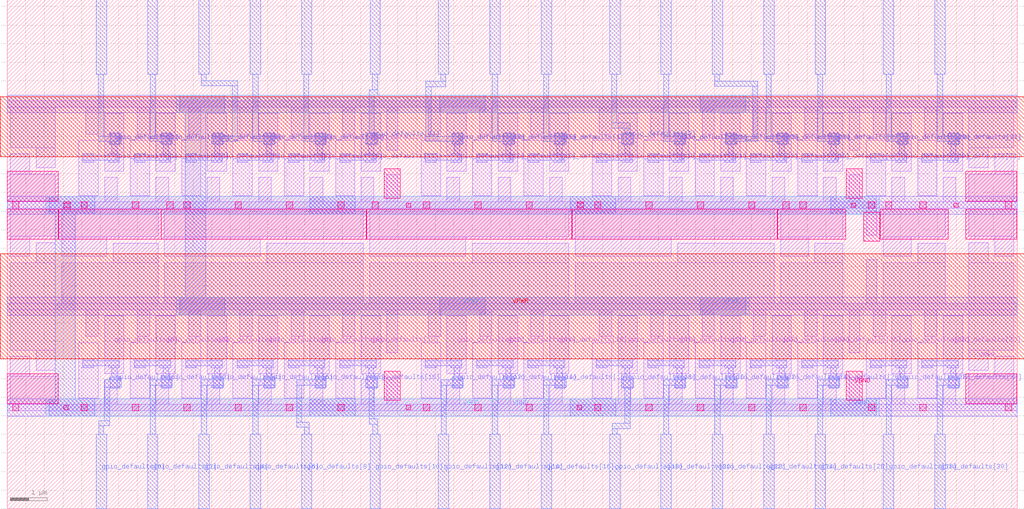
<source format=lef>
VERSION 5.7 ;
  NOWIREEXTENSIONATPIN ON ;
  DIVIDERCHAR "/" ;
  BUSBITCHARS "[]" ;
MACRO project_id_rom_32bit
  CLASS BLOCK ;
  FOREIGN project_id_rom_32bit ;
  ORIGIN 0.000 0.000 ;
  SIZE 27.140 BY 13.680 ;
  PIN VGND
    USE GROUND ;
    PORT
      LAYER pwell ;
        RECT 10.135 8.350 10.565 9.135 ;
        RECT 22.555 8.350 22.985 9.135 ;
        RECT 23.015 7.185 23.445 7.970 ;
        RECT 10.135 2.910 10.565 3.695 ;
        RECT 22.555 2.910 22.985 3.695 ;
      LAYER li1 ;
        RECT 0.085 8.995 0.605 9.535 ;
        RECT 26.535 8.995 27.055 9.535 ;
        RECT 0.085 8.245 1.295 8.995 ;
        RECT 2.615 8.245 2.955 8.905 ;
        RECT 3.995 8.245 4.335 8.905 ;
        RECT 5.375 8.245 5.715 8.905 ;
        RECT 6.755 8.245 7.095 8.905 ;
        RECT 8.135 8.245 8.475 8.905 ;
        RECT 9.515 8.245 9.855 8.905 ;
        RECT 10.205 8.245 10.495 8.970 ;
        RECT 11.815 8.245 12.155 8.905 ;
        RECT 13.195 8.245 13.535 8.905 ;
        RECT 14.575 8.245 14.915 8.905 ;
        RECT 16.415 8.245 16.755 8.905 ;
        RECT 17.795 8.245 18.135 8.905 ;
        RECT 19.175 8.245 19.515 8.905 ;
        RECT 20.555 8.245 20.895 8.905 ;
        RECT 21.935 8.245 22.275 8.905 ;
        RECT 22.625 8.245 22.915 8.970 ;
        RECT 23.775 8.245 24.115 8.905 ;
        RECT 25.155 8.245 25.495 8.905 ;
        RECT 25.845 8.245 27.055 8.995 ;
        RECT 0.000 8.075 27.140 8.245 ;
        RECT 0.085 7.325 1.295 8.075 ;
        RECT 0.085 6.785 0.605 7.325 ;
        RECT 1.465 7.305 4.055 8.075 ;
        RECT 4.225 7.305 9.570 8.075 ;
        RECT 9.745 7.305 15.090 8.075 ;
        RECT 15.265 7.305 20.610 8.075 ;
        RECT 20.785 7.305 22.455 8.075 ;
        RECT 23.085 7.350 23.375 8.075 ;
        RECT 23.545 7.305 25.215 8.075 ;
        RECT 25.845 7.325 27.055 8.075 ;
        RECT 1.465 6.785 2.675 7.305 ;
        RECT 4.225 6.785 6.805 7.305 ;
        RECT 9.745 6.785 12.325 7.305 ;
        RECT 15.265 6.785 17.845 7.305 ;
        RECT 20.785 6.785 21.535 7.305 ;
        RECT 23.545 6.785 24.295 7.305 ;
        RECT 26.535 6.785 27.055 7.325 ;
        RECT 0.085 3.555 0.605 4.095 ;
        RECT 26.535 3.555 27.055 4.095 ;
        RECT 0.085 2.805 1.295 3.555 ;
        RECT 2.615 2.805 2.955 3.465 ;
        RECT 3.995 2.805 4.335 3.465 ;
        RECT 5.375 2.805 5.715 3.465 ;
        RECT 6.755 2.805 7.095 3.465 ;
        RECT 8.135 2.805 8.475 3.465 ;
        RECT 9.515 2.805 9.855 3.465 ;
        RECT 10.205 2.805 10.495 3.530 ;
        RECT 11.815 2.805 12.155 3.465 ;
        RECT 13.195 2.805 13.535 3.465 ;
        RECT 14.575 2.805 14.915 3.465 ;
        RECT 16.415 2.805 16.755 3.465 ;
        RECT 17.795 2.805 18.135 3.465 ;
        RECT 19.175 2.805 19.515 3.465 ;
        RECT 20.555 2.805 20.895 3.465 ;
        RECT 21.935 2.805 22.275 3.465 ;
        RECT 22.625 2.805 22.915 3.530 ;
        RECT 23.775 2.805 24.115 3.465 ;
        RECT 25.155 2.805 25.495 3.465 ;
        RECT 25.845 2.805 27.055 3.555 ;
        RECT 0.000 2.635 27.140 2.805 ;
      LAYER met1 ;
        RECT 0.000 7.920 27.140 8.400 ;
        RECT 0.000 2.480 27.140 2.960 ;
      LAYER met2 ;
        RECT 1.130 7.920 2.350 8.400 ;
        RECT 8.130 7.920 9.350 8.400 ;
        RECT 15.130 7.920 16.350 8.400 ;
        RECT 22.130 7.920 23.350 8.400 ;
        RECT 1.290 2.960 1.830 7.920 ;
        RECT 1.130 2.480 2.350 2.960 ;
        RECT 8.130 2.480 9.350 2.960 ;
        RECT 15.130 2.480 16.350 2.960 ;
        RECT 22.130 2.480 23.350 2.960 ;
      LAYER met3 ;
        RECT 1.040 7.920 23.440 8.400 ;
        RECT 1.040 2.480 23.440 2.960 ;
    END
  END VGND
  PIN VPWR
    USE POWER ;
    PORT
      LAYER nwell ;
        RECT -0.190 9.465 27.330 11.070 ;
        RECT -0.190 4.025 27.330 6.855 ;
      LAYER li1 ;
        RECT 0.000 10.795 27.140 10.965 ;
        RECT 0.085 9.705 1.295 10.795 ;
        RECT 2.115 10.070 2.445 10.795 ;
        RECT 3.495 10.070 3.825 10.795 ;
        RECT 4.875 10.070 5.205 10.795 ;
        RECT 6.255 10.070 6.585 10.795 ;
        RECT 7.635 10.070 7.965 10.795 ;
        RECT 9.015 10.070 9.345 10.795 ;
        RECT 0.775 9.165 1.295 9.705 ;
        RECT 10.205 9.630 10.495 10.795 ;
        RECT 11.315 10.070 11.645 10.795 ;
        RECT 12.695 10.070 13.025 10.795 ;
        RECT 14.075 10.070 14.405 10.795 ;
        RECT 15.915 10.070 16.245 10.795 ;
        RECT 17.295 10.070 17.625 10.795 ;
        RECT 18.675 10.070 19.005 10.795 ;
        RECT 20.055 10.070 20.385 10.795 ;
        RECT 21.435 10.070 21.765 10.795 ;
        RECT 22.625 9.630 22.915 10.795 ;
        RECT 23.275 10.070 23.605 10.795 ;
        RECT 24.655 10.070 24.985 10.795 ;
        RECT 25.845 9.705 27.055 10.795 ;
        RECT 25.845 9.165 26.365 9.705 ;
        RECT 0.775 6.615 1.295 7.155 ;
        RECT 2.845 6.615 4.055 7.135 ;
        RECT 6.975 6.615 9.570 7.135 ;
        RECT 12.495 6.615 15.090 7.135 ;
        RECT 18.015 6.615 20.610 7.135 ;
        RECT 21.705 6.615 22.455 7.135 ;
        RECT 0.085 5.525 1.295 6.615 ;
        RECT 1.465 5.525 4.055 6.615 ;
        RECT 4.225 5.525 9.570 6.615 ;
        RECT 9.745 5.525 15.090 6.615 ;
        RECT 15.265 5.525 20.610 6.615 ;
        RECT 20.785 5.525 22.455 6.615 ;
        RECT 23.085 5.525 23.375 6.690 ;
        RECT 24.465 6.615 25.215 7.135 ;
        RECT 23.545 5.525 25.215 6.615 ;
        RECT 25.845 6.615 26.365 7.155 ;
        RECT 25.845 5.525 27.055 6.615 ;
        RECT 0.000 5.355 27.140 5.525 ;
        RECT 0.085 4.265 1.295 5.355 ;
        RECT 2.115 4.630 2.445 5.355 ;
        RECT 3.495 4.630 3.825 5.355 ;
        RECT 4.875 4.630 5.205 5.355 ;
        RECT 6.255 4.630 6.585 5.355 ;
        RECT 7.635 4.630 7.965 5.355 ;
        RECT 9.015 4.630 9.345 5.355 ;
        RECT 0.775 3.725 1.295 4.265 ;
        RECT 10.205 4.190 10.495 5.355 ;
        RECT 11.315 4.630 11.645 5.355 ;
        RECT 12.695 4.630 13.025 5.355 ;
        RECT 14.075 4.630 14.405 5.355 ;
        RECT 15.915 4.630 16.245 5.355 ;
        RECT 17.295 4.630 17.625 5.355 ;
        RECT 18.675 4.630 19.005 5.355 ;
        RECT 20.055 4.630 20.385 5.355 ;
        RECT 21.435 4.630 21.765 5.355 ;
        RECT 22.625 4.190 22.915 5.355 ;
        RECT 23.275 4.630 23.605 5.355 ;
        RECT 24.655 4.630 24.985 5.355 ;
        RECT 25.845 4.265 27.055 5.355 ;
        RECT 25.845 3.725 26.365 4.265 ;
      LAYER met1 ;
        RECT 0.000 10.640 27.140 11.120 ;
        RECT 0.000 5.200 27.140 5.680 ;
      LAYER met2 ;
        RECT 4.630 10.640 5.850 11.120 ;
        RECT 11.630 10.640 12.850 11.120 ;
        RECT 18.630 10.640 19.850 11.120 ;
        RECT 4.790 5.680 5.330 10.640 ;
        RECT 4.630 5.200 5.850 5.680 ;
        RECT 11.630 5.200 12.850 5.680 ;
        RECT 18.630 5.200 19.850 5.680 ;
      LAYER met3 ;
        RECT 4.540 10.640 19.940 11.120 ;
        RECT 4.540 5.200 19.940 5.680 ;
    END
  END VPWR
  PIN gpio_defaults[0]
    PORT
      LAYER li1 ;
        RECT 2.615 3.635 3.135 5.185 ;
      LAYER met1 ;
        RECT 2.035 3.980 2.325 4.025 ;
        RECT 2.725 3.980 3.015 4.025 ;
        RECT 2.035 3.840 3.015 3.980 ;
        RECT 2.035 3.795 2.325 3.840 ;
        RECT 2.725 3.795 3.015 3.840 ;
        RECT 2.815 3.555 2.955 3.795 ;
        RECT 2.770 3.235 3.030 3.555 ;
      LAYER met2 ;
        RECT 2.740 3.465 3.060 3.525 ;
        RECT 2.610 3.265 3.060 3.465 ;
        RECT 2.610 2.370 2.750 3.265 ;
        RECT 2.455 2.225 2.750 2.370 ;
        RECT 2.455 2.000 2.595 2.225 ;
        RECT 2.390 0.000 2.670 2.000 ;
    END
  END gpio_defaults[0]
  PIN gpio_defaults[1]
    PORT
      LAYER li1 ;
        RECT 2.615 9.075 3.135 10.625 ;
      LAYER met1 ;
        RECT 2.770 9.785 3.030 10.105 ;
        RECT 2.815 9.545 2.955 9.785 ;
        RECT 2.035 9.500 2.325 9.545 ;
        RECT 2.725 9.500 3.015 9.545 ;
        RECT 2.035 9.360 3.015 9.500 ;
        RECT 2.035 9.315 2.325 9.360 ;
        RECT 2.725 9.315 3.015 9.360 ;
      LAYER met2 ;
        RECT 2.390 11.680 2.670 13.680 ;
        RECT 2.450 10.015 2.590 11.680 ;
        RECT 2.735 10.015 3.060 10.075 ;
        RECT 2.450 9.875 3.060 10.015 ;
        RECT 2.735 9.815 3.060 9.875 ;
    END
  END gpio_defaults[1]
  PIN gpio_defaults[2]
    PORT
      LAYER li1 ;
        RECT 3.995 3.635 4.515 5.185 ;
      LAYER met1 ;
        RECT 3.415 3.980 3.705 4.025 ;
        RECT 4.105 3.980 4.395 4.025 ;
        RECT 3.415 3.840 4.395 3.980 ;
        RECT 3.415 3.795 3.705 3.840 ;
        RECT 4.105 3.795 4.395 3.840 ;
        RECT 4.195 3.555 4.335 3.795 ;
        RECT 4.150 3.235 4.410 3.555 ;
      LAYER met2 ;
        RECT 4.120 3.465 4.440 3.525 ;
        RECT 3.840 3.325 4.440 3.465 ;
        RECT 3.840 2.000 3.980 3.325 ;
        RECT 4.120 3.265 4.440 3.325 ;
        RECT 3.770 0.000 4.050 2.000 ;
    END
  END gpio_defaults[2]
  PIN gpio_defaults[3]
    PORT
      LAYER li1 ;
        RECT 3.995 9.075 4.515 10.625 ;
      LAYER met1 ;
        RECT 4.150 9.785 4.410 10.105 ;
        RECT 4.195 9.545 4.335 9.785 ;
        RECT 3.415 9.500 3.705 9.545 ;
        RECT 4.105 9.500 4.395 9.545 ;
        RECT 3.415 9.360 4.395 9.500 ;
        RECT 3.415 9.315 3.705 9.360 ;
        RECT 4.105 9.315 4.395 9.360 ;
      LAYER met2 ;
        RECT 3.770 11.680 4.050 13.680 ;
        RECT 3.840 10.015 3.980 11.680 ;
        RECT 4.120 10.015 4.440 10.075 ;
        RECT 3.840 9.875 4.440 10.015 ;
        RECT 4.120 9.815 4.440 9.875 ;
    END
  END gpio_defaults[3]
  PIN gpio_defaults[4]
    PORT
      LAYER li1 ;
        RECT 5.375 3.635 5.895 5.185 ;
      LAYER met1 ;
        RECT 4.795 3.980 5.085 4.025 ;
        RECT 5.485 3.980 5.775 4.025 ;
        RECT 4.795 3.840 5.775 3.980 ;
        RECT 4.795 3.795 5.085 3.840 ;
        RECT 5.485 3.795 5.775 3.840 ;
        RECT 5.575 3.555 5.715 3.795 ;
        RECT 5.530 3.235 5.790 3.555 ;
      LAYER met2 ;
        RECT 5.500 3.465 5.820 3.525 ;
        RECT 5.220 3.325 5.820 3.465 ;
        RECT 5.220 2.000 5.360 3.325 ;
        RECT 5.500 3.265 5.820 3.325 ;
        RECT 5.150 0.000 5.430 2.000 ;
    END
  END gpio_defaults[4]
  PIN gpio_defaults[5]
    PORT
      LAYER li1 ;
        RECT 5.375 9.075 5.895 10.625 ;
      LAYER met1 ;
        RECT 5.530 9.785 5.790 10.105 ;
        RECT 5.575 9.545 5.715 9.785 ;
        RECT 4.795 9.500 5.085 9.545 ;
        RECT 5.485 9.500 5.775 9.545 ;
        RECT 4.795 9.360 5.775 9.500 ;
        RECT 4.795 9.315 5.085 9.360 ;
        RECT 5.485 9.315 5.775 9.360 ;
      LAYER met2 ;
        RECT 5.150 11.680 5.430 13.680 ;
        RECT 5.215 11.505 5.355 11.680 ;
        RECT 5.215 11.365 6.190 11.505 ;
        RECT 5.500 10.015 5.820 10.075 ;
        RECT 6.050 10.015 6.190 11.365 ;
        RECT 5.500 9.875 6.190 10.015 ;
        RECT 5.500 9.815 5.820 9.875 ;
    END
  END gpio_defaults[5]
  PIN gpio_defaults[6]
    PORT
      LAYER li1 ;
        RECT 6.755 3.635 7.275 5.185 ;
      LAYER met1 ;
        RECT 6.175 3.980 6.465 4.025 ;
        RECT 6.865 3.980 7.155 4.025 ;
        RECT 6.175 3.840 7.155 3.980 ;
        RECT 6.175 3.795 6.465 3.840 ;
        RECT 6.865 3.795 7.155 3.840 ;
        RECT 6.955 3.555 7.095 3.795 ;
        RECT 6.910 3.235 7.170 3.555 ;
      LAYER met2 ;
        RECT 6.880 3.465 7.200 3.525 ;
        RECT 6.600 3.325 7.200 3.465 ;
        RECT 6.600 2.000 6.740 3.325 ;
        RECT 6.880 3.265 7.200 3.325 ;
        RECT 6.530 0.000 6.810 2.000 ;
    END
  END gpio_defaults[6]
  PIN gpio_defaults[7]
    PORT
      LAYER li1 ;
        RECT 6.755 9.075 7.275 10.625 ;
      LAYER met1 ;
        RECT 6.910 9.785 7.170 10.105 ;
        RECT 6.955 9.545 7.095 9.785 ;
        RECT 6.175 9.500 6.465 9.545 ;
        RECT 6.865 9.500 7.155 9.545 ;
        RECT 6.175 9.360 7.155 9.500 ;
        RECT 6.175 9.315 6.465 9.360 ;
        RECT 6.865 9.315 7.155 9.360 ;
      LAYER met2 ;
        RECT 6.530 11.680 6.810 13.680 ;
        RECT 6.600 10.015 6.740 11.680 ;
        RECT 6.880 10.015 7.200 10.075 ;
        RECT 6.600 9.875 7.200 10.015 ;
        RECT 6.880 9.815 7.200 9.875 ;
    END
  END gpio_defaults[7]
  PIN gpio_defaults[8]
    PORT
      LAYER li1 ;
        RECT 8.135 3.635 8.655 5.185 ;
      LAYER met1 ;
        RECT 7.555 3.980 7.845 4.025 ;
        RECT 8.245 3.980 8.535 4.025 ;
        RECT 7.555 3.840 8.535 3.980 ;
        RECT 7.555 3.795 7.845 3.840 ;
        RECT 8.245 3.795 8.535 3.840 ;
        RECT 8.335 3.555 8.475 3.795 ;
        RECT 8.290 3.235 8.550 3.555 ;
      LAYER met2 ;
        RECT 8.260 3.465 8.580 3.525 ;
        RECT 7.780 3.325 8.580 3.465 ;
        RECT 7.780 2.325 7.920 3.325 ;
        RECT 8.260 3.265 8.580 3.325 ;
        RECT 7.780 2.185 8.120 2.325 ;
        RECT 7.980 2.000 8.120 2.185 ;
        RECT 7.910 0.000 8.190 2.000 ;
    END
  END gpio_defaults[8]
  PIN gpio_defaults[9]
    PORT
      LAYER li1 ;
        RECT 8.135 9.075 8.655 10.625 ;
      LAYER met1 ;
        RECT 8.290 9.785 8.550 10.105 ;
        RECT 8.335 9.545 8.475 9.785 ;
        RECT 7.555 9.500 7.845 9.545 ;
        RECT 8.245 9.500 8.535 9.545 ;
        RECT 7.555 9.360 8.535 9.500 ;
        RECT 7.555 9.315 7.845 9.360 ;
        RECT 8.245 9.315 8.535 9.360 ;
      LAYER met2 ;
        RECT 7.910 11.680 8.190 13.680 ;
        RECT 7.965 10.015 8.105 11.680 ;
        RECT 8.260 10.015 8.580 10.075 ;
        RECT 7.965 9.875 8.580 10.015 ;
        RECT 8.260 9.815 8.580 9.875 ;
    END
  END gpio_defaults[9]
  PIN gpio_defaults[10]
    PORT
      LAYER li1 ;
        RECT 9.515 3.635 10.035 5.185 ;
      LAYER met1 ;
        RECT 8.935 3.980 9.225 4.025 ;
        RECT 9.625 3.980 9.915 4.025 ;
        RECT 8.935 3.840 9.915 3.980 ;
        RECT 8.935 3.795 9.225 3.840 ;
        RECT 9.625 3.795 9.915 3.840 ;
        RECT 9.715 3.555 9.855 3.795 ;
        RECT 9.670 3.235 9.930 3.555 ;
      LAYER met2 ;
        RECT 9.640 3.265 9.960 3.525 ;
        RECT 9.725 2.415 9.865 3.265 ;
        RECT 9.725 2.265 9.960 2.415 ;
        RECT 9.820 2.000 9.960 2.265 ;
        RECT 9.750 0.000 10.030 2.000 ;
    END
  END gpio_defaults[10]
  PIN gpio_defaults[11]
    PORT
      LAYER li1 ;
        RECT 9.515 9.075 10.035 10.625 ;
      LAYER met1 ;
        RECT 9.670 9.785 9.930 10.105 ;
        RECT 9.715 9.545 9.855 9.785 ;
        RECT 8.935 9.500 9.225 9.545 ;
        RECT 9.625 9.500 9.915 9.545 ;
        RECT 8.935 9.360 9.915 9.500 ;
        RECT 8.935 9.315 9.225 9.360 ;
        RECT 9.625 9.315 9.915 9.360 ;
      LAYER met2 ;
        RECT 9.750 11.680 10.030 13.680 ;
        RECT 9.815 11.260 9.955 11.680 ;
        RECT 9.725 11.120 9.955 11.260 ;
        RECT 9.725 10.075 9.865 11.120 ;
        RECT 9.640 9.815 9.960 10.075 ;
    END
  END gpio_defaults[11]
  PIN gpio_defaults[12]
    PORT
      LAYER li1 ;
        RECT 11.815 3.635 12.335 5.185 ;
      LAYER met1 ;
        RECT 11.235 3.980 11.525 4.025 ;
        RECT 11.925 3.980 12.215 4.025 ;
        RECT 11.235 3.840 12.215 3.980 ;
        RECT 11.235 3.795 11.525 3.840 ;
        RECT 11.925 3.795 12.215 3.840 ;
        RECT 12.015 3.555 12.155 3.795 ;
        RECT 11.970 3.235 12.230 3.555 ;
      LAYER met2 ;
        RECT 11.940 3.465 12.260 3.525 ;
        RECT 11.660 3.325 12.260 3.465 ;
        RECT 11.660 2.000 11.800 3.325 ;
        RECT 11.940 3.265 12.260 3.325 ;
        RECT 11.590 0.000 11.870 2.000 ;
    END
  END gpio_defaults[12]
  PIN gpio_defaults[13]
    PORT
      LAYER li1 ;
        RECT 11.815 9.075 12.335 10.625 ;
      LAYER met1 ;
        RECT 11.970 9.785 12.230 10.105 ;
        RECT 12.015 9.545 12.155 9.785 ;
        RECT 11.235 9.500 11.525 9.545 ;
        RECT 11.925 9.500 12.215 9.545 ;
        RECT 11.235 9.360 12.215 9.500 ;
        RECT 11.235 9.315 11.525 9.360 ;
        RECT 11.925 9.315 12.215 9.360 ;
      LAYER met2 ;
        RECT 11.590 11.680 11.870 13.680 ;
        RECT 11.650 11.485 11.790 11.680 ;
        RECT 11.250 11.345 11.790 11.485 ;
        RECT 11.250 10.015 11.390 11.345 ;
        RECT 11.940 10.015 12.260 10.075 ;
        RECT 11.250 9.875 12.260 10.015 ;
        RECT 11.940 9.815 12.260 9.875 ;
    END
  END gpio_defaults[13]
  PIN gpio_defaults[14]
    PORT
      LAYER li1 ;
        RECT 13.195 3.635 13.715 5.185 ;
      LAYER met1 ;
        RECT 12.615 3.980 12.905 4.025 ;
        RECT 13.305 3.980 13.595 4.025 ;
        RECT 12.615 3.840 13.595 3.980 ;
        RECT 12.615 3.795 12.905 3.840 ;
        RECT 13.305 3.795 13.595 3.840 ;
        RECT 13.395 3.555 13.535 3.795 ;
        RECT 13.350 3.235 13.610 3.555 ;
      LAYER met2 ;
        RECT 13.320 3.465 13.640 3.525 ;
        RECT 13.040 3.325 13.640 3.465 ;
        RECT 13.040 2.000 13.180 3.325 ;
        RECT 13.320 3.265 13.640 3.325 ;
        RECT 12.970 0.000 13.250 2.000 ;
    END
  END gpio_defaults[14]
  PIN gpio_defaults[15]
    PORT
      LAYER li1 ;
        RECT 13.195 9.075 13.715 10.625 ;
      LAYER met1 ;
        RECT 13.350 9.785 13.610 10.105 ;
        RECT 13.395 9.545 13.535 9.785 ;
        RECT 12.615 9.500 12.905 9.545 ;
        RECT 13.305 9.500 13.595 9.545 ;
        RECT 12.615 9.360 13.595 9.500 ;
        RECT 12.615 9.315 12.905 9.360 ;
        RECT 13.305 9.315 13.595 9.360 ;
      LAYER met2 ;
        RECT 12.970 11.680 13.250 13.680 ;
        RECT 13.040 10.015 13.180 11.680 ;
        RECT 13.320 10.015 13.640 10.075 ;
        RECT 13.040 9.875 13.640 10.015 ;
        RECT 13.320 9.815 13.640 9.875 ;
    END
  END gpio_defaults[15]
  PIN gpio_defaults[16]
    PORT
      LAYER li1 ;
        RECT 14.575 3.635 15.095 5.185 ;
      LAYER met1 ;
        RECT 13.995 3.980 14.285 4.025 ;
        RECT 14.685 3.980 14.975 4.025 ;
        RECT 13.995 3.840 14.975 3.980 ;
        RECT 13.995 3.795 14.285 3.840 ;
        RECT 14.685 3.795 14.975 3.840 ;
        RECT 14.775 3.555 14.915 3.795 ;
        RECT 14.730 3.235 14.990 3.555 ;
      LAYER met2 ;
        RECT 14.700 3.465 15.020 3.525 ;
        RECT 14.420 3.325 15.020 3.465 ;
        RECT 14.420 2.000 14.560 3.325 ;
        RECT 14.700 3.265 15.020 3.325 ;
        RECT 14.350 0.000 14.630 2.000 ;
    END
  END gpio_defaults[16]
  PIN gpio_defaults[17]
    PORT
      LAYER li1 ;
        RECT 14.575 9.075 15.095 10.625 ;
      LAYER met1 ;
        RECT 14.730 9.785 14.990 10.105 ;
        RECT 14.775 9.545 14.915 9.785 ;
        RECT 13.995 9.500 14.285 9.545 ;
        RECT 14.685 9.500 14.975 9.545 ;
        RECT 13.995 9.360 14.975 9.500 ;
        RECT 13.995 9.315 14.285 9.360 ;
        RECT 14.685 9.315 14.975 9.360 ;
      LAYER met2 ;
        RECT 14.350 11.680 14.630 13.680 ;
        RECT 14.420 10.015 14.560 11.680 ;
        RECT 14.700 10.015 15.020 10.075 ;
        RECT 14.420 9.875 15.020 10.015 ;
        RECT 14.700 9.815 15.020 9.875 ;
    END
  END gpio_defaults[17]
  PIN gpio_defaults[18]
    PORT
      LAYER li1 ;
        RECT 16.415 3.635 16.935 5.185 ;
      LAYER met1 ;
        RECT 15.835 3.980 16.125 4.025 ;
        RECT 16.525 3.980 16.815 4.025 ;
        RECT 15.835 3.840 16.815 3.980 ;
        RECT 15.835 3.795 16.125 3.840 ;
        RECT 16.525 3.795 16.815 3.840 ;
        RECT 16.595 3.555 16.735 3.795 ;
        RECT 16.550 3.235 16.810 3.555 ;
      LAYER met2 ;
        RECT 16.520 3.265 16.840 3.525 ;
        RECT 16.600 2.295 16.740 3.265 ;
        RECT 16.260 2.155 16.740 2.295 ;
        RECT 16.260 2.000 16.400 2.155 ;
        RECT 16.190 0.000 16.470 2.000 ;
    END
  END gpio_defaults[18]
  PIN gpio_defaults[19]
    PORT
      LAYER li1 ;
        RECT 16.415 9.075 16.935 10.625 ;
      LAYER met1 ;
        RECT 16.550 9.785 16.810 10.105 ;
        RECT 16.595 9.545 16.735 9.785 ;
        RECT 15.835 9.500 16.125 9.545 ;
        RECT 16.525 9.500 16.815 9.545 ;
        RECT 15.835 9.360 16.815 9.500 ;
        RECT 15.835 9.315 16.125 9.360 ;
        RECT 16.525 9.315 16.815 9.360 ;
      LAYER met2 ;
        RECT 16.190 11.680 16.470 13.680 ;
        RECT 16.245 10.370 16.385 11.680 ;
        RECT 16.245 10.230 16.740 10.370 ;
        RECT 16.600 10.075 16.740 10.230 ;
        RECT 16.520 9.815 16.840 10.075 ;
    END
  END gpio_defaults[19]
  PIN gpio_defaults[20]
    PORT
      LAYER li1 ;
        RECT 17.795 3.635 18.315 5.185 ;
      LAYER met1 ;
        RECT 17.215 3.980 17.505 4.025 ;
        RECT 17.905 3.980 18.195 4.025 ;
        RECT 17.215 3.840 18.195 3.980 ;
        RECT 17.215 3.795 17.505 3.840 ;
        RECT 17.905 3.795 18.195 3.840 ;
        RECT 17.995 3.555 18.135 3.795 ;
        RECT 17.950 3.235 18.210 3.555 ;
      LAYER met2 ;
        RECT 17.920 3.465 18.240 3.525 ;
        RECT 17.640 3.325 18.240 3.465 ;
        RECT 17.640 2.000 17.780 3.325 ;
        RECT 17.920 3.265 18.240 3.325 ;
        RECT 17.570 0.000 17.850 2.000 ;
    END
  END gpio_defaults[20]
  PIN gpio_defaults[21]
    PORT
      LAYER li1 ;
        RECT 17.795 9.075 18.315 10.625 ;
      LAYER met1 ;
        RECT 17.950 9.785 18.210 10.105 ;
        RECT 17.995 9.545 18.135 9.785 ;
        RECT 17.215 9.500 17.505 9.545 ;
        RECT 17.905 9.500 18.195 9.545 ;
        RECT 17.215 9.360 18.195 9.500 ;
        RECT 17.215 9.315 17.505 9.360 ;
        RECT 17.905 9.315 18.195 9.360 ;
      LAYER met2 ;
        RECT 17.570 11.680 17.850 13.680 ;
        RECT 17.640 10.015 17.780 11.680 ;
        RECT 17.920 10.015 18.240 10.075 ;
        RECT 17.640 9.875 18.240 10.015 ;
        RECT 17.920 9.815 18.240 9.875 ;
    END
  END gpio_defaults[21]
  PIN gpio_defaults[22]
    PORT
      LAYER li1 ;
        RECT 19.175 3.635 19.695 5.185 ;
      LAYER met1 ;
        RECT 18.595 3.980 18.885 4.025 ;
        RECT 19.285 3.980 19.575 4.025 ;
        RECT 18.595 3.840 19.575 3.980 ;
        RECT 18.595 3.795 18.885 3.840 ;
        RECT 19.285 3.795 19.575 3.840 ;
        RECT 19.375 3.555 19.515 3.795 ;
        RECT 19.330 3.235 19.590 3.555 ;
      LAYER met2 ;
        RECT 19.300 3.465 19.620 3.525 ;
        RECT 19.020 3.325 19.620 3.465 ;
        RECT 19.020 2.000 19.160 3.325 ;
        RECT 19.300 3.265 19.620 3.325 ;
        RECT 18.950 0.000 19.230 2.000 ;
    END
  END gpio_defaults[22]
  PIN gpio_defaults[23]
    PORT
      LAYER li1 ;
        RECT 19.175 9.075 19.695 10.625 ;
      LAYER met1 ;
        RECT 19.330 9.785 19.590 10.105 ;
        RECT 19.375 9.545 19.515 9.785 ;
        RECT 18.595 9.500 18.885 9.545 ;
        RECT 19.285 9.500 19.575 9.545 ;
        RECT 18.595 9.360 19.575 9.500 ;
        RECT 18.595 9.315 18.885 9.360 ;
        RECT 19.285 9.315 19.575 9.360 ;
      LAYER met2 ;
        RECT 18.950 11.680 19.230 13.680 ;
        RECT 19.015 11.495 19.155 11.680 ;
        RECT 19.015 11.355 20.175 11.495 ;
        RECT 19.300 10.015 19.620 10.075 ;
        RECT 20.035 10.015 20.175 11.355 ;
        RECT 19.300 9.875 20.175 10.015 ;
        RECT 19.300 9.815 19.620 9.875 ;
    END
  END gpio_defaults[23]
  PIN gpio_defaults[24]
    PORT
      LAYER li1 ;
        RECT 20.555 3.635 21.075 5.185 ;
      LAYER met1 ;
        RECT 19.975 3.980 20.265 4.025 ;
        RECT 20.665 3.980 20.955 4.025 ;
        RECT 19.975 3.840 20.955 3.980 ;
        RECT 19.975 3.795 20.265 3.840 ;
        RECT 20.665 3.795 20.955 3.840 ;
        RECT 20.755 3.555 20.895 3.795 ;
        RECT 20.710 3.235 20.970 3.555 ;
      LAYER met2 ;
        RECT 20.680 3.465 21.000 3.525 ;
        RECT 20.400 3.325 21.000 3.465 ;
        RECT 20.400 2.000 20.540 3.325 ;
        RECT 20.680 3.265 21.000 3.325 ;
        RECT 20.330 0.000 20.610 2.000 ;
    END
  END gpio_defaults[24]
  PIN gpio_defaults[25]
    PORT
      LAYER li1 ;
        RECT 20.555 9.075 21.075 10.625 ;
      LAYER met1 ;
        RECT 20.710 9.785 20.970 10.105 ;
        RECT 20.755 9.545 20.895 9.785 ;
        RECT 19.975 9.500 20.265 9.545 ;
        RECT 20.665 9.500 20.955 9.545 ;
        RECT 19.975 9.360 20.955 9.500 ;
        RECT 19.975 9.315 20.265 9.360 ;
        RECT 20.665 9.315 20.955 9.360 ;
      LAYER met2 ;
        RECT 20.330 11.680 20.610 13.680 ;
        RECT 20.400 10.015 20.540 11.680 ;
        RECT 20.680 10.015 21.000 10.075 ;
        RECT 20.400 9.875 21.000 10.015 ;
        RECT 20.680 9.815 21.000 9.875 ;
    END
  END gpio_defaults[25]
  PIN gpio_defaults[26]
    PORT
      LAYER li1 ;
        RECT 21.935 3.635 22.455 5.185 ;
      LAYER met1 ;
        RECT 21.355 3.980 21.645 4.025 ;
        RECT 22.045 3.980 22.335 4.025 ;
        RECT 21.355 3.840 22.335 3.980 ;
        RECT 21.355 3.795 21.645 3.840 ;
        RECT 22.045 3.795 22.335 3.840 ;
        RECT 22.135 3.555 22.275 3.795 ;
        RECT 22.090 3.235 22.350 3.555 ;
      LAYER met2 ;
        RECT 22.060 3.465 22.380 3.525 ;
        RECT 21.780 3.325 22.380 3.465 ;
        RECT 21.780 2.000 21.920 3.325 ;
        RECT 22.060 3.265 22.380 3.325 ;
        RECT 21.710 0.000 21.990 2.000 ;
    END
  END gpio_defaults[26]
  PIN gpio_defaults[27]
    PORT
      LAYER li1 ;
        RECT 21.935 9.075 22.455 10.625 ;
      LAYER met1 ;
        RECT 22.090 9.785 22.350 10.105 ;
        RECT 22.135 9.545 22.275 9.785 ;
        RECT 21.355 9.500 21.645 9.545 ;
        RECT 22.045 9.500 22.335 9.545 ;
        RECT 21.355 9.360 22.335 9.500 ;
        RECT 21.355 9.315 21.645 9.360 ;
        RECT 22.045 9.315 22.335 9.360 ;
      LAYER met2 ;
        RECT 21.710 11.680 21.990 13.680 ;
        RECT 21.780 10.015 21.920 11.680 ;
        RECT 22.060 10.015 22.380 10.075 ;
        RECT 21.780 9.875 22.380 10.015 ;
        RECT 22.060 9.815 22.380 9.875 ;
    END
  END gpio_defaults[27]
  PIN gpio_defaults[28]
    PORT
      LAYER li1 ;
        RECT 23.775 3.635 24.295 5.185 ;
      LAYER met1 ;
        RECT 23.195 3.980 23.485 4.025 ;
        RECT 23.885 3.980 24.175 4.025 ;
        RECT 23.195 3.840 24.175 3.980 ;
        RECT 23.195 3.795 23.485 3.840 ;
        RECT 23.885 3.795 24.175 3.840 ;
        RECT 23.975 3.555 24.115 3.795 ;
        RECT 23.930 3.235 24.190 3.555 ;
      LAYER met2 ;
        RECT 23.900 3.465 24.220 3.525 ;
        RECT 23.620 3.325 24.220 3.465 ;
        RECT 23.620 2.000 23.760 3.325 ;
        RECT 23.900 3.265 24.220 3.325 ;
        RECT 23.550 0.000 23.830 2.000 ;
    END
  END gpio_defaults[28]
  PIN gpio_defaults[29]
    PORT
      LAYER li1 ;
        RECT 23.775 9.075 24.295 10.625 ;
      LAYER met1 ;
        RECT 23.930 9.785 24.190 10.105 ;
        RECT 23.975 9.545 24.115 9.785 ;
        RECT 23.195 9.500 23.485 9.545 ;
        RECT 23.885 9.500 24.175 9.545 ;
        RECT 23.195 9.360 24.175 9.500 ;
        RECT 23.195 9.315 23.485 9.360 ;
        RECT 23.885 9.315 24.175 9.360 ;
      LAYER met2 ;
        RECT 23.550 11.680 23.830 13.680 ;
        RECT 23.620 10.015 23.760 11.680 ;
        RECT 23.900 10.015 24.220 10.075 ;
        RECT 23.620 9.875 24.220 10.015 ;
        RECT 23.900 9.815 24.220 9.875 ;
    END
  END gpio_defaults[29]
  PIN gpio_defaults[30]
    PORT
      LAYER li1 ;
        RECT 25.155 3.635 25.675 5.185 ;
      LAYER met1 ;
        RECT 24.575 3.980 24.865 4.025 ;
        RECT 25.265 3.980 25.555 4.025 ;
        RECT 24.575 3.840 25.555 3.980 ;
        RECT 24.575 3.795 24.865 3.840 ;
        RECT 25.265 3.795 25.555 3.840 ;
        RECT 25.355 3.555 25.495 3.795 ;
        RECT 25.310 3.235 25.570 3.555 ;
      LAYER met2 ;
        RECT 25.280 3.465 25.600 3.525 ;
        RECT 25.000 3.325 25.600 3.465 ;
        RECT 25.000 2.000 25.140 3.325 ;
        RECT 25.280 3.265 25.600 3.325 ;
        RECT 24.930 0.000 25.210 2.000 ;
    END
  END gpio_defaults[30]
  PIN gpio_defaults[31]
    PORT
      LAYER li1 ;
        RECT 25.155 9.075 25.675 10.625 ;
      LAYER met1 ;
        RECT 25.310 9.785 25.570 10.105 ;
        RECT 25.355 9.545 25.495 9.785 ;
        RECT 24.575 9.500 24.865 9.545 ;
        RECT 25.265 9.500 25.555 9.545 ;
        RECT 24.575 9.360 25.555 9.500 ;
        RECT 24.575 9.315 24.865 9.360 ;
        RECT 25.265 9.315 25.555 9.360 ;
      LAYER met2 ;
        RECT 24.930 11.680 25.210 13.680 ;
        RECT 25.000 10.015 25.140 11.680 ;
        RECT 25.280 10.015 25.600 10.075 ;
        RECT 25.000 9.875 25.600 10.015 ;
        RECT 25.280 9.815 25.600 9.875 ;
    END
  END gpio_defaults[31]
  OBS
      LAYER pwell ;
        RECT 0.005 8.265 1.375 9.075 ;
        RECT 25.765 8.265 27.135 9.075 ;
        RECT 0.145 8.055 0.315 8.265 ;
        RECT 1.525 8.215 1.695 8.245 ;
        RECT 1.520 8.105 1.695 8.215 ;
        RECT 1.525 8.055 1.695 8.105 ;
        RECT 1.985 8.075 2.155 8.245 ;
        RECT 3.365 8.075 3.535 8.245 ;
        RECT 4.285 8.055 4.455 8.245 ;
        RECT 4.745 8.075 4.915 8.245 ;
        RECT 6.125 8.075 6.295 8.245 ;
        RECT 7.505 8.075 7.675 8.245 ;
        RECT 8.885 8.075 9.055 8.245 ;
        RECT 9.805 8.055 9.975 8.245 ;
        RECT 10.720 8.105 10.840 8.215 ;
        RECT 11.185 8.075 11.355 8.245 ;
        RECT 12.565 8.075 12.735 8.245 ;
        RECT 13.945 8.075 14.115 8.245 ;
        RECT 15.325 8.215 15.495 8.245 ;
        RECT 15.320 8.105 15.495 8.215 ;
        RECT 15.325 8.055 15.495 8.105 ;
        RECT 15.785 8.075 15.955 8.245 ;
        RECT 17.165 8.075 17.335 8.245 ;
        RECT 18.545 8.075 18.715 8.245 ;
        RECT 19.925 8.075 20.095 8.245 ;
        RECT 20.845 8.055 21.015 8.245 ;
        RECT 21.305 8.075 21.475 8.245 ;
        RECT 22.680 8.105 22.800 8.215 ;
        RECT 23.145 8.075 23.315 8.245 ;
        RECT 23.605 8.055 23.775 8.245 ;
        RECT 24.525 8.075 24.695 8.245 ;
        RECT 25.440 8.105 25.560 8.215 ;
        RECT 26.825 8.055 26.995 8.265 ;
        RECT 0.005 7.245 1.375 8.055 ;
        RECT 1.385 7.245 4.135 8.055 ;
        RECT 4.145 7.245 9.655 8.055 ;
        RECT 9.665 7.245 15.175 8.055 ;
        RECT 15.185 7.245 20.695 8.055 ;
        RECT 20.705 7.245 22.535 8.055 ;
        RECT 23.465 7.245 25.295 8.055 ;
        RECT 25.765 7.245 27.135 8.055 ;
        RECT 0.005 2.825 1.375 3.635 ;
        RECT 25.765 2.825 27.135 3.635 ;
        RECT 0.145 2.635 0.315 2.825 ;
        RECT 1.520 2.665 1.640 2.775 ;
        RECT 1.985 2.635 2.155 2.805 ;
        RECT 3.365 2.635 3.535 2.805 ;
        RECT 4.745 2.635 4.915 2.805 ;
        RECT 6.125 2.635 6.295 2.805 ;
        RECT 7.505 2.635 7.675 2.805 ;
        RECT 8.885 2.635 9.055 2.805 ;
        RECT 10.720 2.665 10.840 2.775 ;
        RECT 11.185 2.635 11.355 2.805 ;
        RECT 12.565 2.635 12.735 2.805 ;
        RECT 13.945 2.635 14.115 2.805 ;
        RECT 15.320 2.665 15.440 2.775 ;
        RECT 15.785 2.635 15.955 2.805 ;
        RECT 17.165 2.635 17.335 2.805 ;
        RECT 18.545 2.635 18.715 2.805 ;
        RECT 19.925 2.635 20.095 2.805 ;
        RECT 21.305 2.635 21.475 2.805 ;
        RECT 23.145 2.635 23.315 2.805 ;
        RECT 24.525 2.635 24.695 2.805 ;
        RECT 26.825 2.635 26.995 2.825 ;
      LAYER li1 ;
        RECT 1.925 8.415 2.445 9.900 ;
        RECT 3.305 8.415 3.825 9.900 ;
        RECT 4.685 8.415 5.205 9.900 ;
        RECT 6.065 8.415 6.585 9.900 ;
        RECT 7.445 8.415 7.965 9.900 ;
        RECT 8.825 8.415 9.345 9.900 ;
        RECT 11.125 8.415 11.645 9.900 ;
        RECT 12.505 8.415 13.025 9.900 ;
        RECT 13.885 8.415 14.405 9.900 ;
        RECT 15.725 8.415 16.245 9.900 ;
        RECT 17.105 8.415 17.625 9.900 ;
        RECT 18.485 8.415 19.005 9.900 ;
        RECT 19.865 8.415 20.385 9.900 ;
        RECT 21.245 8.415 21.765 9.900 ;
        RECT 23.085 8.415 23.605 9.900 ;
        RECT 24.465 8.415 24.985 9.900 ;
        RECT 1.925 2.975 2.445 4.460 ;
        RECT 3.305 2.975 3.825 4.460 ;
        RECT 4.685 2.975 5.205 4.460 ;
        RECT 6.065 2.975 6.585 4.460 ;
        RECT 7.445 2.975 7.965 4.460 ;
        RECT 8.825 2.975 9.345 4.460 ;
        RECT 11.125 2.975 11.645 4.460 ;
        RECT 12.505 2.975 13.025 4.460 ;
        RECT 13.885 2.975 14.405 4.460 ;
        RECT 15.725 2.975 16.245 4.460 ;
        RECT 17.105 2.975 17.625 4.460 ;
        RECT 18.485 2.975 19.005 4.460 ;
        RECT 19.865 2.975 20.385 4.460 ;
        RECT 21.245 2.975 21.765 4.460 ;
        RECT 23.085 2.975 23.605 4.460 ;
        RECT 24.465 2.975 24.985 4.460 ;
  END
END project_id_rom_32bit
END LIBRARY


</source>
